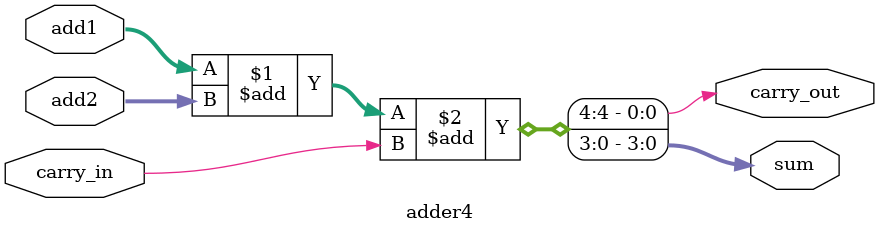
<source format=v>
module adder4(add1,add2,carry_in,sum,carry_out);
input [3:0] add1,add2;
input carry_in;
output [3:0] sum;
output carry_out;

assign {carry_out,sum} = add1+add2+carry_in;

endmodule

</source>
